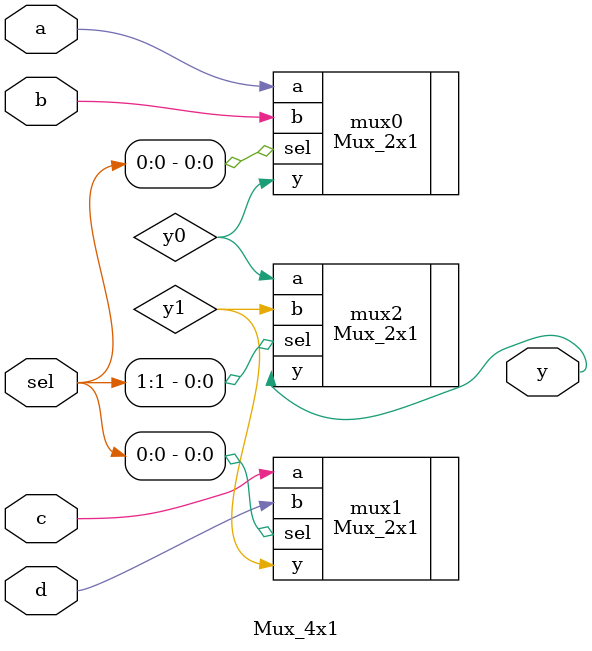
<source format=sv>

module Mux_4x1 (
    input wire a,
    input wire b,
    input wire c,
    input wire d,
    input wire [1:0] sel,
    output wire y
);
    wire y0, y1;

    // First level of multiplexing
    Mux_2x1 mux0 (
        .a(a),
        .b(b),
        .sel(sel[0]),
        .y(y0)
    );

    Mux_2x1 mux1 (
        .a(c),
        .b(d),
        .sel(sel[0]),
        .y(y1)
    );

    // Second level of multiplexing
    Mux_2x1 mux2 (
        .a(y0),
        .b(y1),
        .sel(sel[1]),
        .y(y)
    );
    
endmodule
</source>
